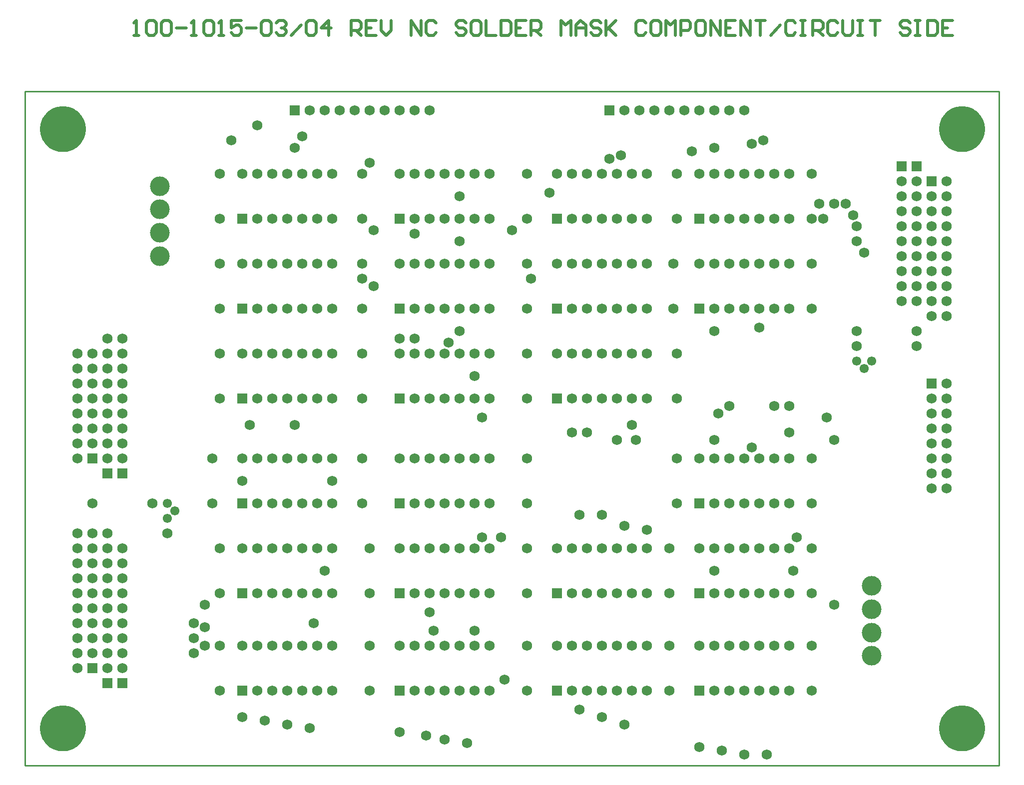
<source format=gbs>
*%FSLAX23Y23*%
*%MOIN*%
G01*
%ADD11C,0.007*%
%ADD12C,0.008*%
%ADD13C,0.010*%
%ADD14C,0.012*%
%ADD15C,0.020*%
%ADD16C,0.032*%
%ADD17C,0.036*%
%ADD18C,0.050*%
%ADD19C,0.052*%
%ADD20C,0.055*%
%ADD21C,0.056*%
%ADD22C,0.061*%
%ADD23C,0.062*%
%ADD24C,0.068*%
%ADD25C,0.070*%
%ADD26C,0.090*%
%ADD27C,0.125*%
%ADD28C,0.131*%
%ADD29C,0.140*%
%ADD30C,0.160*%
%ADD31C,0.250*%
%ADD32R,0.062X0.062*%
%ADD33R,0.068X0.068*%
D13*
X6536Y5478D02*
Y9978D01*
X13036D02*
Y5478D01*
Y9978D02*
X6536D01*
Y5478D02*
X13036D01*
D15*
X7294Y10353D02*
X7261D01*
X7278D02*
X7294D01*
X7278D02*
Y10453D01*
X7279D01*
X7278D02*
X7261Y10436D01*
X7344D02*
X7361Y10453D01*
X7394D01*
X7411Y10436D01*
Y10370D01*
X7394Y10353D01*
X7361D01*
X7344Y10370D01*
Y10436D01*
X7444D02*
X7461Y10453D01*
X7494D01*
X7511Y10436D01*
Y10370D01*
X7494Y10353D01*
X7461D01*
X7444Y10370D01*
Y10436D01*
X7544Y10403D02*
X7611D01*
X7644Y10353D02*
X7678D01*
X7661D01*
Y10453D01*
X7662D01*
X7661D02*
X7644Y10436D01*
X7728D02*
X7744Y10453D01*
X7778D01*
X7794Y10436D01*
Y10370D01*
X7778Y10353D01*
X7744D01*
X7728Y10370D01*
Y10436D01*
X7827Y10353D02*
X7861D01*
X7844D01*
Y10453D01*
X7845D01*
X7844D02*
X7827Y10436D01*
X7911Y10453D02*
X7977D01*
X7911D02*
Y10403D01*
X7944Y10420D01*
X7961D01*
X7977Y10403D01*
Y10370D01*
X7961Y10353D01*
X7927D01*
X7911Y10370D01*
X8011Y10403D02*
X8077D01*
X8111Y10436D02*
X8127Y10453D01*
X8161D01*
X8177Y10436D01*
Y10370D01*
X8161Y10353D01*
X8127D01*
X8111Y10370D01*
Y10436D01*
X8211D02*
X8227Y10453D01*
X8261D01*
X8277Y10436D01*
Y10420D01*
X8278D01*
X8277D02*
X8278D01*
X8277D02*
X8278D01*
X8277D02*
X8261Y10403D01*
X8244D01*
X8261D01*
X8277Y10386D01*
Y10370D01*
X8261Y10353D01*
X8227D01*
X8211Y10370D01*
X8311Y10353D02*
X8377Y10420D01*
X8411Y10436D02*
X8427Y10453D01*
X8461D01*
X8477Y10436D01*
Y10370D01*
X8461Y10353D01*
X8427D01*
X8411Y10370D01*
Y10436D01*
X8561Y10453D02*
Y10353D01*
X8511Y10403D02*
X8561Y10453D01*
X8577Y10403D02*
X8511D01*
X8711Y10353D02*
Y10453D01*
X8761D01*
X8777Y10436D01*
Y10403D01*
X8761Y10386D01*
X8711D01*
X8744D02*
X8777Y10353D01*
X8810Y10453D02*
X8877D01*
X8810D02*
Y10353D01*
X8877D01*
X8844Y10403D02*
X8810D01*
X8910Y10386D02*
Y10453D01*
Y10386D02*
X8944Y10353D01*
X8977Y10386D01*
Y10453D01*
X9110D02*
Y10353D01*
X9177D02*
X9110Y10453D01*
X9177D02*
Y10353D01*
X9277Y10436D02*
X9260Y10453D01*
X9227D01*
X9210Y10436D01*
Y10370D01*
X9227Y10353D01*
X9260D01*
X9277Y10370D01*
X9460Y10453D02*
X9477Y10436D01*
X9460Y10453D02*
X9427D01*
X9410Y10436D01*
Y10420D01*
X9427Y10403D01*
X9460D01*
X9477Y10386D01*
Y10370D01*
X9460Y10353D01*
X9427D01*
X9410Y10370D01*
X9527Y10453D02*
X9560D01*
X9527D02*
X9510Y10436D01*
Y10370D01*
X9527Y10353D01*
X9560D01*
X9577Y10370D01*
Y10436D01*
X9560Y10453D01*
X9610D02*
Y10353D01*
X9677D01*
X9710D02*
Y10453D01*
Y10353D02*
X9760D01*
X9777Y10370D01*
Y10436D01*
X9760Y10453D01*
X9710D01*
X9810D02*
X9877D01*
X9810D02*
Y10353D01*
X9877D01*
X9843Y10403D02*
X9810D01*
X9910Y10353D02*
Y10453D01*
X9960D01*
X9977Y10436D01*
Y10403D01*
X9960Y10386D01*
X9910D01*
X9943D02*
X9977Y10353D01*
X10110D02*
Y10453D01*
X10143Y10420D01*
X10177Y10453D01*
Y10353D01*
X10210D02*
Y10420D01*
X10243Y10453D01*
X10277Y10420D01*
Y10353D01*
Y10403D01*
X10210D01*
X10360Y10453D02*
X10377Y10436D01*
X10360Y10453D02*
X10327D01*
X10310Y10436D01*
Y10420D01*
X10327Y10403D01*
X10360D01*
X10377Y10386D01*
Y10370D01*
X10360Y10353D01*
X10327D01*
X10310Y10370D01*
X10410Y10353D02*
Y10453D01*
Y10386D02*
Y10353D01*
Y10386D02*
X10477Y10453D01*
X10427Y10403D01*
X10477Y10353D01*
X10660Y10453D02*
X10677Y10436D01*
X10660Y10453D02*
X10627D01*
X10610Y10436D01*
Y10370D01*
X10627Y10353D01*
X10660D01*
X10677Y10370D01*
X10727Y10453D02*
X10760D01*
X10727D02*
X10710Y10436D01*
Y10370D01*
X10727Y10353D01*
X10760D01*
X10777Y10370D01*
Y10436D01*
X10760Y10453D01*
X10810D02*
Y10353D01*
X10843Y10420D02*
X10810Y10453D01*
X10843Y10420D02*
X10876Y10453D01*
Y10353D01*
X10910D02*
Y10453D01*
X10960D01*
X10976Y10436D01*
Y10403D01*
X10960Y10386D01*
X10910D01*
X11026Y10453D02*
X11060D01*
X11026D02*
X11010Y10436D01*
Y10370D01*
X11026Y10353D01*
X11060D01*
X11076Y10370D01*
Y10436D01*
X11060Y10453D01*
X11110D02*
Y10353D01*
X11176D02*
X11110Y10453D01*
X11176D02*
Y10353D01*
X11210Y10453D02*
X11276D01*
X11210D02*
Y10353D01*
X11276D01*
X11243Y10403D02*
X11210D01*
X11310Y10353D02*
Y10453D01*
X11376Y10353D01*
Y10453D01*
X11410D02*
X11476D01*
X11443D01*
Y10353D01*
X11510D02*
X11576Y10420D01*
X11660Y10453D02*
X11676Y10436D01*
X11660Y10453D02*
X11626D01*
X11610Y10436D01*
Y10370D01*
X11626Y10353D01*
X11660D01*
X11676Y10370D01*
X11710Y10453D02*
X11743D01*
X11726D01*
Y10353D01*
X11710D01*
X11743D01*
X11793D02*
Y10453D01*
X11843D01*
X11860Y10436D01*
Y10403D01*
X11843Y10386D01*
X11793D01*
X11826D02*
X11860Y10353D01*
X11959Y10436D02*
X11943Y10453D01*
X11909D01*
X11893Y10436D01*
Y10370D01*
X11909Y10353D01*
X11943D01*
X11959Y10370D01*
X11993D02*
Y10453D01*
Y10370D02*
X12009Y10353D01*
X12043D01*
X12059Y10370D01*
Y10453D01*
X12093D02*
X12126D01*
X12109D01*
Y10353D01*
X12093D01*
X12126D01*
X12176Y10453D02*
X12243D01*
X12209D01*
Y10353D01*
X12426Y10453D02*
X12443Y10436D01*
X12426Y10453D02*
X12393D01*
X12376Y10436D01*
Y10420D01*
X12393Y10403D01*
X12426D01*
X12443Y10386D01*
Y10370D01*
X12426Y10353D01*
X12393D01*
X12376Y10370D01*
X12476Y10453D02*
X12509D01*
X12493D01*
Y10353D01*
X12476D01*
X12509D01*
X12559D02*
Y10453D01*
Y10353D02*
X12609D01*
X12626Y10370D01*
Y10436D01*
X12609Y10453D01*
X12559D01*
X12659D02*
X12726D01*
X12659D02*
Y10353D01*
X12726D01*
X12693Y10403D02*
X12659D01*
D18*
X12658Y9728D02*
X12659D01*
X12658D02*
X12658Y9718D01*
X12660Y9707D01*
X12662Y9697D01*
X12665Y9687D01*
X12668Y9678D01*
X12673Y9669D01*
X12678Y9660D01*
X12684Y9651D01*
X12690Y9643D01*
X12697Y9636D01*
X12705Y9629D01*
X12713Y9623D01*
X12722Y9617D01*
X12731Y9612D01*
X12741Y9608D01*
X12750Y9605D01*
X12760Y9603D01*
X12771Y9601D01*
X12781Y9600D01*
X12791D01*
X12801Y9601D01*
X12812Y9603D01*
X12822Y9605D01*
X12831Y9608D01*
X12841Y9612D01*
X12850Y9617D01*
X12859Y9623D01*
X12867Y9629D01*
X12875Y9636D01*
X12882Y9643D01*
X12888Y9651D01*
X12894Y9660D01*
X12899Y9669D01*
X12904Y9678D01*
X12907Y9687D01*
X12910Y9697D01*
X12912Y9707D01*
X12914Y9718D01*
X12914Y9728D01*
X12915D01*
X12914D02*
X12914Y9738D01*
X12912Y9749D01*
X12910Y9759D01*
X12907Y9769D01*
X12904Y9778D01*
X12899Y9787D01*
X12894Y9796D01*
X12888Y9805D01*
X12882Y9813D01*
X12875Y9820D01*
X12867Y9827D01*
X12859Y9833D01*
X12850Y9839D01*
X12841Y9844D01*
X12831Y9848D01*
X12822Y9851D01*
X12812Y9853D01*
X12801Y9855D01*
X12791Y9856D01*
X12781D01*
X12771Y9855D01*
X12760Y9853D01*
X12750Y9851D01*
X12741Y9848D01*
X12731Y9844D01*
X12722Y9839D01*
X12713Y9833D01*
X12705Y9827D01*
X12697Y9820D01*
X12690Y9813D01*
X12684Y9805D01*
X12678Y9796D01*
X12673Y9787D01*
X12668Y9778D01*
X12665Y9769D01*
X12662Y9759D01*
X12660Y9749D01*
X12658Y9738D01*
X12658Y9728D01*
X12706D02*
X12707D01*
X12706D02*
X12707Y9719D01*
X12708Y9710D01*
X12711Y9701D01*
X12715Y9692D01*
X12719Y9684D01*
X12725Y9677D01*
X12731Y9670D01*
X12738Y9664D01*
X12746Y9659D01*
X12754Y9655D01*
X12763Y9651D01*
X12772Y9649D01*
X12781Y9648D01*
X12791D01*
X12800Y9649D01*
X12809Y9651D01*
X12818Y9655D01*
X12826Y9659D01*
X12834Y9664D01*
X12841Y9670D01*
X12847Y9677D01*
X12853Y9684D01*
X12857Y9692D01*
X12861Y9701D01*
X12864Y9710D01*
X12865Y9719D01*
X12866Y9728D01*
X12867D01*
X12866D02*
X12865Y9737D01*
X12864Y9746D01*
X12861Y9755D01*
X12857Y9764D01*
X12853Y9772D01*
X12847Y9779D01*
X12841Y9786D01*
X12834Y9792D01*
X12826Y9797D01*
X12818Y9801D01*
X12809Y9805D01*
X12800Y9807D01*
X12791Y9808D01*
X12781D01*
X12772Y9807D01*
X12763Y9805D01*
X12754Y9801D01*
X12746Y9797D01*
X12738Y9792D01*
X12731Y9786D01*
X12725Y9779D01*
X12719Y9772D01*
X12715Y9764D01*
X12711Y9755D01*
X12708Y9746D01*
X12707Y9737D01*
X12706Y9728D01*
X12754D02*
X12755D01*
X12754D02*
X12755Y9721D01*
X12757Y9715D01*
X12760Y9709D01*
X12765Y9704D01*
X12770Y9700D01*
X12776Y9698D01*
X12783Y9696D01*
X12789D01*
X12796Y9698D01*
X12802Y9700D01*
X12807Y9704D01*
X12812Y9709D01*
X12815Y9715D01*
X12817Y9721D01*
X12818Y9728D01*
X12819D01*
X12818D02*
X12817Y9735D01*
X12815Y9741D01*
X12812Y9747D01*
X12807Y9752D01*
X12802Y9756D01*
X12796Y9758D01*
X12789Y9760D01*
X12783D01*
X12776Y9758D01*
X12770Y9756D01*
X12765Y9752D01*
X12760Y9747D01*
X12757Y9741D01*
X12755Y9735D01*
X12754Y9728D01*
X12786D02*
D03*
X12658Y5728D02*
X12659D01*
X12658D02*
X12658Y5718D01*
X12660Y5707D01*
X12662Y5697D01*
X12665Y5687D01*
X12668Y5678D01*
X12673Y5669D01*
X12678Y5660D01*
X12684Y5651D01*
X12690Y5643D01*
X12697Y5636D01*
X12705Y5629D01*
X12713Y5623D01*
X12722Y5617D01*
X12731Y5612D01*
X12741Y5608D01*
X12750Y5605D01*
X12760Y5603D01*
X12771Y5601D01*
X12781Y5600D01*
X12791D01*
X12801Y5601D01*
X12812Y5603D01*
X12822Y5605D01*
X12831Y5608D01*
X12841Y5612D01*
X12850Y5617D01*
X12859Y5623D01*
X12867Y5629D01*
X12875Y5636D01*
X12882Y5643D01*
X12888Y5651D01*
X12894Y5660D01*
X12899Y5669D01*
X12904Y5678D01*
X12907Y5687D01*
X12910Y5697D01*
X12912Y5707D01*
X12914Y5718D01*
X12914Y5728D01*
X12915D01*
X12914D02*
X12914Y5738D01*
X12912Y5749D01*
X12910Y5759D01*
X12907Y5769D01*
X12904Y5778D01*
X12899Y5787D01*
X12894Y5796D01*
X12888Y5805D01*
X12882Y5813D01*
X12875Y5820D01*
X12867Y5827D01*
X12859Y5833D01*
X12850Y5839D01*
X12841Y5844D01*
X12831Y5848D01*
X12822Y5851D01*
X12812Y5853D01*
X12801Y5855D01*
X12791Y5856D01*
X12781D01*
X12771Y5855D01*
X12760Y5853D01*
X12750Y5851D01*
X12741Y5848D01*
X12731Y5844D01*
X12722Y5839D01*
X12713Y5833D01*
X12705Y5827D01*
X12697Y5820D01*
X12690Y5813D01*
X12684Y5805D01*
X12678Y5796D01*
X12673Y5787D01*
X12668Y5778D01*
X12665Y5769D01*
X12662Y5759D01*
X12660Y5749D01*
X12658Y5738D01*
X12658Y5728D01*
X12706D02*
X12707D01*
X12706D02*
X12707Y5719D01*
X12708Y5710D01*
X12711Y5701D01*
X12715Y5692D01*
X12719Y5684D01*
X12725Y5677D01*
X12731Y5670D01*
X12738Y5664D01*
X12746Y5659D01*
X12754Y5655D01*
X12763Y5651D01*
X12772Y5649D01*
X12781Y5648D01*
X12791D01*
X12800Y5649D01*
X12809Y5651D01*
X12818Y5655D01*
X12826Y5659D01*
X12834Y5664D01*
X12841Y5670D01*
X12847Y5677D01*
X12853Y5684D01*
X12857Y5692D01*
X12861Y5701D01*
X12864Y5710D01*
X12865Y5719D01*
X12866Y5728D01*
X12867D01*
X12866D02*
X12865Y5737D01*
X12864Y5746D01*
X12861Y5755D01*
X12857Y5764D01*
X12853Y5772D01*
X12847Y5779D01*
X12841Y5786D01*
X12834Y5792D01*
X12826Y5797D01*
X12818Y5801D01*
X12809Y5805D01*
X12800Y5807D01*
X12791Y5808D01*
X12781D01*
X12772Y5807D01*
X12763Y5805D01*
X12754Y5801D01*
X12746Y5797D01*
X12738Y5792D01*
X12731Y5786D01*
X12725Y5779D01*
X12719Y5772D01*
X12715Y5764D01*
X12711Y5755D01*
X12708Y5746D01*
X12707Y5737D01*
X12706Y5728D01*
X12754D02*
X12755D01*
X12754D02*
X12755Y5721D01*
X12757Y5715D01*
X12760Y5709D01*
X12765Y5704D01*
X12770Y5700D01*
X12776Y5698D01*
X12783Y5696D01*
X12789D01*
X12796Y5698D01*
X12802Y5700D01*
X12807Y5704D01*
X12812Y5709D01*
X12815Y5715D01*
X12817Y5721D01*
X12818Y5728D01*
X12819D01*
X12818D02*
X12817Y5735D01*
X12815Y5741D01*
X12812Y5747D01*
X12807Y5752D01*
X12802Y5756D01*
X12796Y5758D01*
X12789Y5760D01*
X12783D01*
X12776Y5758D01*
X12770Y5756D01*
X12765Y5752D01*
X12760Y5747D01*
X12757Y5741D01*
X12755Y5735D01*
X12754Y5728D01*
X12786D02*
D03*
X6658Y9728D02*
X6659D01*
X6658D02*
X6658Y9718D01*
X6660Y9707D01*
X6662Y9697D01*
X6665Y9687D01*
X6668Y9678D01*
X6673Y9669D01*
X6678Y9660D01*
X6684Y9651D01*
X6690Y9643D01*
X6697Y9636D01*
X6705Y9629D01*
X6713Y9623D01*
X6722Y9617D01*
X6731Y9612D01*
X6741Y9608D01*
X6750Y9605D01*
X6760Y9603D01*
X6771Y9601D01*
X6781Y9600D01*
X6791D01*
X6801Y9601D01*
X6812Y9603D01*
X6822Y9605D01*
X6831Y9608D01*
X6841Y9612D01*
X6850Y9617D01*
X6859Y9623D01*
X6867Y9629D01*
X6875Y9636D01*
X6882Y9643D01*
X6888Y9651D01*
X6894Y9660D01*
X6899Y9669D01*
X6904Y9678D01*
X6907Y9687D01*
X6910Y9697D01*
X6912Y9707D01*
X6914Y9718D01*
X6914Y9728D01*
X6915D01*
X6914D02*
X6914Y9738D01*
X6912Y9749D01*
X6910Y9759D01*
X6907Y9769D01*
X6904Y9778D01*
X6899Y9787D01*
X6894Y9796D01*
X6888Y9805D01*
X6882Y9813D01*
X6875Y9820D01*
X6867Y9827D01*
X6859Y9833D01*
X6850Y9839D01*
X6841Y9844D01*
X6831Y9848D01*
X6822Y9851D01*
X6812Y9853D01*
X6801Y9855D01*
X6791Y9856D01*
X6781D01*
X6771Y9855D01*
X6760Y9853D01*
X6750Y9851D01*
X6741Y9848D01*
X6731Y9844D01*
X6722Y9839D01*
X6713Y9833D01*
X6705Y9827D01*
X6697Y9820D01*
X6690Y9813D01*
X6684Y9805D01*
X6678Y9796D01*
X6673Y9787D01*
X6668Y9778D01*
X6665Y9769D01*
X6662Y9759D01*
X6660Y9749D01*
X6658Y9738D01*
X6658Y9728D01*
X6706D02*
X6707D01*
X6706D02*
X6707Y9719D01*
X6708Y9710D01*
X6711Y9701D01*
X6715Y9692D01*
X6719Y9684D01*
X6725Y9677D01*
X6731Y9670D01*
X6738Y9664D01*
X6746Y9659D01*
X6754Y9655D01*
X6763Y9651D01*
X6772Y9649D01*
X6781Y9648D01*
X6791D01*
X6800Y9649D01*
X6809Y9651D01*
X6818Y9655D01*
X6826Y9659D01*
X6834Y9664D01*
X6841Y9670D01*
X6847Y9677D01*
X6853Y9684D01*
X6857Y9692D01*
X6861Y9701D01*
X6864Y9710D01*
X6865Y9719D01*
X6866Y9728D01*
X6867D01*
X6866D02*
X6865Y9737D01*
X6864Y9746D01*
X6861Y9755D01*
X6857Y9764D01*
X6853Y9772D01*
X6847Y9779D01*
X6841Y9786D01*
X6834Y9792D01*
X6826Y9797D01*
X6818Y9801D01*
X6809Y9805D01*
X6800Y9807D01*
X6791Y9808D01*
X6781D01*
X6772Y9807D01*
X6763Y9805D01*
X6754Y9801D01*
X6746Y9797D01*
X6738Y9792D01*
X6731Y9786D01*
X6725Y9779D01*
X6719Y9772D01*
X6715Y9764D01*
X6711Y9755D01*
X6708Y9746D01*
X6707Y9737D01*
X6706Y9728D01*
X6754D02*
X6755D01*
X6754D02*
X6755Y9721D01*
X6757Y9715D01*
X6760Y9709D01*
X6765Y9704D01*
X6770Y9700D01*
X6776Y9698D01*
X6783Y9696D01*
X6789D01*
X6796Y9698D01*
X6802Y9700D01*
X6807Y9704D01*
X6812Y9709D01*
X6815Y9715D01*
X6817Y9721D01*
X6818Y9728D01*
X6819D01*
X6818D02*
X6817Y9735D01*
X6815Y9741D01*
X6812Y9747D01*
X6807Y9752D01*
X6802Y9756D01*
X6796Y9758D01*
X6789Y9760D01*
X6783D01*
X6776Y9758D01*
X6770Y9756D01*
X6765Y9752D01*
X6760Y9747D01*
X6757Y9741D01*
X6755Y9735D01*
X6754Y9728D01*
X6786D02*
D03*
X6658Y5728D02*
X6659D01*
X6658D02*
X6658Y5718D01*
X6660Y5707D01*
X6662Y5697D01*
X6665Y5687D01*
X6668Y5678D01*
X6673Y5669D01*
X6678Y5660D01*
X6684Y5651D01*
X6690Y5643D01*
X6697Y5636D01*
X6705Y5629D01*
X6713Y5623D01*
X6722Y5617D01*
X6731Y5612D01*
X6741Y5608D01*
X6750Y5605D01*
X6760Y5603D01*
X6771Y5601D01*
X6781Y5600D01*
X6791D01*
X6801Y5601D01*
X6812Y5603D01*
X6822Y5605D01*
X6831Y5608D01*
X6841Y5612D01*
X6850Y5617D01*
X6859Y5623D01*
X6867Y5629D01*
X6875Y5636D01*
X6882Y5643D01*
X6888Y5651D01*
X6894Y5660D01*
X6899Y5669D01*
X6904Y5678D01*
X6907Y5687D01*
X6910Y5697D01*
X6912Y5707D01*
X6914Y5718D01*
X6914Y5728D01*
X6915D01*
X6914D02*
X6914Y5738D01*
X6912Y5749D01*
X6910Y5759D01*
X6907Y5769D01*
X6904Y5778D01*
X6899Y5787D01*
X6894Y5796D01*
X6888Y5805D01*
X6882Y5813D01*
X6875Y5820D01*
X6867Y5827D01*
X6859Y5833D01*
X6850Y5839D01*
X6841Y5844D01*
X6831Y5848D01*
X6822Y5851D01*
X6812Y5853D01*
X6801Y5855D01*
X6791Y5856D01*
X6781D01*
X6771Y5855D01*
X6760Y5853D01*
X6750Y5851D01*
X6741Y5848D01*
X6731Y5844D01*
X6722Y5839D01*
X6713Y5833D01*
X6705Y5827D01*
X6697Y5820D01*
X6690Y5813D01*
X6684Y5805D01*
X6678Y5796D01*
X6673Y5787D01*
X6668Y5778D01*
X6665Y5769D01*
X6662Y5759D01*
X6660Y5749D01*
X6658Y5738D01*
X6658Y5728D01*
X6706D02*
X6707D01*
X6706D02*
X6707Y5719D01*
X6708Y5710D01*
X6711Y5701D01*
X6715Y5692D01*
X6719Y5684D01*
X6725Y5677D01*
X6731Y5670D01*
X6738Y5664D01*
X6746Y5659D01*
X6754Y5655D01*
X6763Y5651D01*
X6772Y5649D01*
X6781Y5648D01*
X6791D01*
X6800Y5649D01*
X6809Y5651D01*
X6818Y5655D01*
X6826Y5659D01*
X6834Y5664D01*
X6841Y5670D01*
X6847Y5677D01*
X6853Y5684D01*
X6857Y5692D01*
X6861Y5701D01*
X6864Y5710D01*
X6865Y5719D01*
X6866Y5728D01*
X6867D01*
X6866D02*
X6865Y5737D01*
X6864Y5746D01*
X6861Y5755D01*
X6857Y5764D01*
X6853Y5772D01*
X6847Y5779D01*
X6841Y5786D01*
X6834Y5792D01*
X6826Y5797D01*
X6818Y5801D01*
X6809Y5805D01*
X6800Y5807D01*
X6791Y5808D01*
X6781D01*
X6772Y5807D01*
X6763Y5805D01*
X6754Y5801D01*
X6746Y5797D01*
X6738Y5792D01*
X6731Y5786D01*
X6725Y5779D01*
X6719Y5772D01*
X6715Y5764D01*
X6711Y5755D01*
X6708Y5746D01*
X6707Y5737D01*
X6706Y5728D01*
X6754D02*
X6755D01*
X6754D02*
X6755Y5721D01*
X6757Y5715D01*
X6760Y5709D01*
X6765Y5704D01*
X6770Y5700D01*
X6776Y5698D01*
X6783Y5696D01*
X6789D01*
X6796Y5698D01*
X6802Y5700D01*
X6807Y5704D01*
X6812Y5709D01*
X6815Y5715D01*
X6817Y5721D01*
X6818Y5728D01*
X6819D01*
X6818D02*
X6817Y5735D01*
X6815Y5741D01*
X6812Y5747D01*
X6807Y5752D01*
X6802Y5756D01*
X6796Y5758D01*
X6789Y5760D01*
X6783D01*
X6776Y5758D01*
X6770Y5756D01*
X6765Y5752D01*
X6760Y5747D01*
X6757Y5741D01*
X6755Y5735D01*
X6754Y5728D01*
X6786D02*
D03*
D22*
X12136Y8128D02*
D03*
X12186Y8178D02*
D03*
X12086D02*
D03*
X7536Y7178D02*
D03*
X7486Y7228D02*
D03*
Y7128D02*
D03*
D24*
X12011Y9228D02*
D03*
X12061Y9153D02*
D03*
X12086Y9078D02*
D03*
Y8978D02*
D03*
X12136Y8903D02*
D03*
X11836Y9228D02*
D03*
X11936D02*
D03*
Y7653D02*
D03*
X11886Y7803D02*
D03*
X11861Y9128D02*
D03*
X11936Y6553D02*
D03*
X11636Y7703D02*
D03*
Y7878D02*
D03*
X11661Y6778D02*
D03*
X11686Y7003D02*
D03*
X11461Y9653D02*
D03*
X11536Y7878D02*
D03*
X11436Y8403D02*
D03*
X11486Y5553D02*
D03*
X11386Y9628D02*
D03*
Y7603D02*
D03*
X11236Y7878D02*
D03*
X11336Y5553D02*
D03*
X11136Y9603D02*
D03*
Y7653D02*
D03*
X11161Y7828D02*
D03*
X11136Y8378D02*
D03*
Y6778D02*
D03*
X11036Y5603D02*
D03*
X11186Y5578D02*
D03*
X10986Y9578D02*
D03*
X10686Y7053D02*
D03*
X10511Y9553D02*
D03*
X10436Y9528D02*
D03*
X10611Y7653D02*
D03*
X10486D02*
D03*
X10586Y7753D02*
D03*
X10536Y7078D02*
D03*
Y5753D02*
D03*
X10286Y7703D02*
D03*
X10236Y7153D02*
D03*
X10386D02*
D03*
X10236Y5853D02*
D03*
X10386Y5803D02*
D03*
X10186Y7703D02*
D03*
X10036Y9303D02*
D03*
X9911Y8728D02*
D03*
X9786Y9053D02*
D03*
X9736Y6053D02*
D03*
X9711Y7003D02*
D03*
X9536Y8078D02*
D03*
X9586Y7803D02*
D03*
X9536Y6378D02*
D03*
X9586Y7003D02*
D03*
X9486Y5628D02*
D03*
X9436Y9278D02*
D03*
X9361Y8303D02*
D03*
X9436Y8978D02*
D03*
Y8378D02*
D03*
X9261Y6378D02*
D03*
X9336Y5653D02*
D03*
X9136Y9028D02*
D03*
Y8328D02*
D03*
X9236Y6503D02*
D03*
X9211Y5678D02*
D03*
X9036Y8328D02*
D03*
Y5703D02*
D03*
X8836Y9503D02*
D03*
X8786Y8728D02*
D03*
X8861Y9053D02*
D03*
Y8678D02*
D03*
X8586Y7378D02*
D03*
X8536Y6778D02*
D03*
X8336Y9603D02*
D03*
X8386Y9678D02*
D03*
X8336Y7753D02*
D03*
X8461Y6428D02*
D03*
X8286Y5753D02*
D03*
X8436Y5728D02*
D03*
X8086Y9753D02*
D03*
X8136Y5778D02*
D03*
X7911Y9653D02*
D03*
X8036Y7753D02*
D03*
X7986Y7378D02*
D03*
Y5803D02*
D03*
X7736Y6553D02*
D03*
Y6403D02*
D03*
Y6278D02*
D03*
X7661Y6428D02*
D03*
Y6328D02*
D03*
Y6228D02*
D03*
X12386Y9378D02*
D03*
Y9278D02*
D03*
Y9178D02*
D03*
Y9078D02*
D03*
Y8978D02*
D03*
Y8878D02*
D03*
Y8778D02*
D03*
Y8678D02*
D03*
Y8578D02*
D03*
X12486Y9378D02*
D03*
Y9278D02*
D03*
Y9178D02*
D03*
Y9078D02*
D03*
Y8978D02*
D03*
Y8878D02*
D03*
Y8778D02*
D03*
Y8678D02*
D03*
Y8578D02*
D03*
X11786Y9128D02*
D03*
Y9428D02*
D03*
X12686Y9378D02*
D03*
X12586Y9278D02*
D03*
X12686D02*
D03*
X12586Y9178D02*
D03*
X12686D02*
D03*
X12586Y9078D02*
D03*
X12686D02*
D03*
X12586Y8978D02*
D03*
X12686D02*
D03*
X12586Y8878D02*
D03*
X12686D02*
D03*
X12586Y8778D02*
D03*
X12686D02*
D03*
X12586Y8678D02*
D03*
X12686D02*
D03*
X12586Y8578D02*
D03*
X12686D02*
D03*
X12586Y8478D02*
D03*
X12686D02*
D03*
X12486Y8378D02*
D03*
X12086D02*
D03*
Y8278D02*
D03*
X12486D02*
D03*
X11786Y8828D02*
D03*
Y8528D02*
D03*
X12686Y8028D02*
D03*
X12586Y7928D02*
D03*
X12686D02*
D03*
X12586Y7828D02*
D03*
X12686D02*
D03*
X12586Y7728D02*
D03*
X12686D02*
D03*
X12586Y7628D02*
D03*
X12686D02*
D03*
X12586Y7528D02*
D03*
X12686D02*
D03*
X12586Y7428D02*
D03*
X12686D02*
D03*
X12586Y7328D02*
D03*
X12686D02*
D03*
X11786Y7528D02*
D03*
Y7228D02*
D03*
Y6928D02*
D03*
Y6628D02*
D03*
Y6278D02*
D03*
Y5978D02*
D03*
X10886Y9128D02*
D03*
Y9428D02*
D03*
X10536Y9853D02*
D03*
X10636D02*
D03*
X10736D02*
D03*
X10836D02*
D03*
X10936D02*
D03*
X11036D02*
D03*
X11136D02*
D03*
X11236D02*
D03*
X11336D02*
D03*
X11236Y9128D02*
D03*
X11336D02*
D03*
X11436D02*
D03*
X11536D02*
D03*
X11636D02*
D03*
Y9428D02*
D03*
X11536D02*
D03*
X11436D02*
D03*
X11336D02*
D03*
X11236D02*
D03*
X11136D02*
D03*
X11036D02*
D03*
X11136Y9128D02*
D03*
X11236Y8528D02*
D03*
X11336D02*
D03*
X11436D02*
D03*
X11536D02*
D03*
X11636D02*
D03*
Y8828D02*
D03*
X11536D02*
D03*
X11436D02*
D03*
X11336D02*
D03*
X11236D02*
D03*
X11136D02*
D03*
X11036D02*
D03*
X11136Y8528D02*
D03*
X10886Y7928D02*
D03*
Y8228D02*
D03*
X10861Y8828D02*
D03*
Y8528D02*
D03*
X11236Y7228D02*
D03*
X11336D02*
D03*
X11436D02*
D03*
X11536D02*
D03*
X11636D02*
D03*
Y7528D02*
D03*
X11536D02*
D03*
X11436D02*
D03*
X11336D02*
D03*
X11236D02*
D03*
X11136D02*
D03*
X11036D02*
D03*
X11136Y7228D02*
D03*
X11236Y6628D02*
D03*
X11336D02*
D03*
X11436D02*
D03*
X11536D02*
D03*
X11636D02*
D03*
Y6928D02*
D03*
X11536D02*
D03*
X11436D02*
D03*
X11336D02*
D03*
X11236D02*
D03*
X11136D02*
D03*
X11036D02*
D03*
X11136Y6628D02*
D03*
X10836Y6928D02*
D03*
Y6628D02*
D03*
Y6278D02*
D03*
Y5978D02*
D03*
X10886Y7528D02*
D03*
Y7228D02*
D03*
X11136Y5978D02*
D03*
X11036Y6278D02*
D03*
X11136D02*
D03*
X11236D02*
D03*
X11336D02*
D03*
X11436D02*
D03*
X11536D02*
D03*
X11636D02*
D03*
Y5978D02*
D03*
X11536D02*
D03*
X11436D02*
D03*
X11336D02*
D03*
X11236D02*
D03*
X9886Y9428D02*
D03*
Y9128D02*
D03*
X8786Y9428D02*
D03*
Y9128D02*
D03*
X10286D02*
D03*
X10386D02*
D03*
X10486D02*
D03*
X10586D02*
D03*
X10686D02*
D03*
Y9428D02*
D03*
X10586D02*
D03*
X10486D02*
D03*
X10386D02*
D03*
X10286D02*
D03*
X10186D02*
D03*
X10086D02*
D03*
X10186Y9128D02*
D03*
X10286Y8528D02*
D03*
X10386D02*
D03*
X10486D02*
D03*
X10586D02*
D03*
X10686D02*
D03*
Y8828D02*
D03*
X10586D02*
D03*
X10486D02*
D03*
X10386D02*
D03*
X10286D02*
D03*
X10186D02*
D03*
X10086D02*
D03*
X10186Y8528D02*
D03*
X9236Y9128D02*
D03*
X9336D02*
D03*
X9436D02*
D03*
X9536D02*
D03*
X9636D02*
D03*
Y9428D02*
D03*
X9536D02*
D03*
X9436D02*
D03*
X9336D02*
D03*
X9236D02*
D03*
X9136D02*
D03*
X9036D02*
D03*
X9136Y9128D02*
D03*
X9236Y8528D02*
D03*
X9336D02*
D03*
X9436D02*
D03*
X9536D02*
D03*
X9636D02*
D03*
Y8828D02*
D03*
X9536D02*
D03*
X9436D02*
D03*
X9336D02*
D03*
X9236D02*
D03*
X9136D02*
D03*
X9036D02*
D03*
X9136Y8528D02*
D03*
X10286Y7928D02*
D03*
X10386D02*
D03*
X10486D02*
D03*
X10586D02*
D03*
X10686D02*
D03*
Y8228D02*
D03*
X10586D02*
D03*
X10486D02*
D03*
X10386D02*
D03*
X10286D02*
D03*
X10186D02*
D03*
X10086D02*
D03*
X10186Y7928D02*
D03*
X9886Y8828D02*
D03*
Y8528D02*
D03*
Y8228D02*
D03*
Y7928D02*
D03*
X8786Y8528D02*
D03*
Y8828D02*
D03*
Y7928D02*
D03*
Y8228D02*
D03*
X9236Y7928D02*
D03*
X9336D02*
D03*
X9436D02*
D03*
X9536D02*
D03*
X9636D02*
D03*
Y8228D02*
D03*
X9536D02*
D03*
X9436D02*
D03*
X9336D02*
D03*
X9236D02*
D03*
X9136D02*
D03*
X9036D02*
D03*
X9136Y7928D02*
D03*
X9236Y6628D02*
D03*
X9336D02*
D03*
X9436D02*
D03*
X9536D02*
D03*
X9636D02*
D03*
Y6928D02*
D03*
X9536D02*
D03*
X9436D02*
D03*
X9336D02*
D03*
X9236D02*
D03*
X9136D02*
D03*
X9036D02*
D03*
X9136Y6628D02*
D03*
X9236Y7228D02*
D03*
X9336D02*
D03*
X9436D02*
D03*
X9536D02*
D03*
X9636D02*
D03*
Y7528D02*
D03*
X9536D02*
D03*
X9436D02*
D03*
X9336D02*
D03*
X9236D02*
D03*
X9136D02*
D03*
X9036D02*
D03*
X9136Y7228D02*
D03*
X10286Y6628D02*
D03*
X10386D02*
D03*
X10486D02*
D03*
X10586D02*
D03*
X10686D02*
D03*
Y6928D02*
D03*
X10586D02*
D03*
X10486D02*
D03*
X10386D02*
D03*
X10286D02*
D03*
X10186D02*
D03*
X10086D02*
D03*
X10186Y6628D02*
D03*
X9886Y7528D02*
D03*
Y7228D02*
D03*
Y6928D02*
D03*
Y6628D02*
D03*
Y6278D02*
D03*
Y5978D02*
D03*
X8836Y6278D02*
D03*
Y5978D02*
D03*
Y6928D02*
D03*
Y6628D02*
D03*
X8786Y7228D02*
D03*
Y7528D02*
D03*
X9236Y5978D02*
D03*
X9336D02*
D03*
X9436D02*
D03*
X9536D02*
D03*
X9636D02*
D03*
Y6278D02*
D03*
X9536D02*
D03*
X9436D02*
D03*
X9336D02*
D03*
X9236D02*
D03*
X9136D02*
D03*
X9036D02*
D03*
X9136Y5978D02*
D03*
X10286D02*
D03*
X10386D02*
D03*
X10486D02*
D03*
X10586D02*
D03*
X10686D02*
D03*
Y6278D02*
D03*
X10586D02*
D03*
X10486D02*
D03*
X10386D02*
D03*
X10286D02*
D03*
X10186D02*
D03*
X10086D02*
D03*
X10186Y5978D02*
D03*
X8436Y9853D02*
D03*
X8536D02*
D03*
X8636D02*
D03*
X8736D02*
D03*
X8836D02*
D03*
X8936D02*
D03*
X9036D02*
D03*
X9136D02*
D03*
X9236D02*
D03*
X7836Y9428D02*
D03*
Y9128D02*
D03*
Y8528D02*
D03*
Y8828D02*
D03*
X8186Y7928D02*
D03*
X8286D02*
D03*
X8386D02*
D03*
X8486D02*
D03*
X8586D02*
D03*
Y8228D02*
D03*
X8486D02*
D03*
X8386D02*
D03*
X8286D02*
D03*
X8186D02*
D03*
X8086D02*
D03*
X7986D02*
D03*
X8086Y7928D02*
D03*
X7836Y8228D02*
D03*
Y7928D02*
D03*
X8186Y8528D02*
D03*
X8286D02*
D03*
X8386D02*
D03*
X8486D02*
D03*
X8586D02*
D03*
Y8828D02*
D03*
X8486D02*
D03*
X8386D02*
D03*
X8286D02*
D03*
X8186D02*
D03*
X8086D02*
D03*
X7986D02*
D03*
X8086Y8528D02*
D03*
X8186Y9128D02*
D03*
X8286D02*
D03*
X8386D02*
D03*
X8486D02*
D03*
X8586D02*
D03*
Y9428D02*
D03*
X8486D02*
D03*
X8386D02*
D03*
X8286D02*
D03*
X8186D02*
D03*
X8086D02*
D03*
X7986D02*
D03*
X8086Y9128D02*
D03*
X7186Y7528D02*
D03*
Y7628D02*
D03*
Y7728D02*
D03*
Y7828D02*
D03*
Y7928D02*
D03*
Y8028D02*
D03*
Y8128D02*
D03*
Y8228D02*
D03*
Y8328D02*
D03*
X7786Y7528D02*
D03*
Y7228D02*
D03*
X8186Y6628D02*
D03*
X8286D02*
D03*
X8386D02*
D03*
X8486D02*
D03*
X8586D02*
D03*
Y6928D02*
D03*
X8486D02*
D03*
X8386D02*
D03*
X8286D02*
D03*
X8186D02*
D03*
X8086D02*
D03*
X7986D02*
D03*
X8086Y6628D02*
D03*
Y7228D02*
D03*
X7986Y7528D02*
D03*
X8086D02*
D03*
X8186D02*
D03*
X8286D02*
D03*
X8386D02*
D03*
X8486D02*
D03*
X8586D02*
D03*
Y7228D02*
D03*
X8486D02*
D03*
X8386D02*
D03*
X8286D02*
D03*
X8186D02*
D03*
X7836Y6278D02*
D03*
Y5978D02*
D03*
Y6928D02*
D03*
Y6628D02*
D03*
X7186Y6128D02*
D03*
Y6228D02*
D03*
Y6328D02*
D03*
Y6428D02*
D03*
Y6528D02*
D03*
Y6628D02*
D03*
Y6728D02*
D03*
Y6828D02*
D03*
Y6928D02*
D03*
X8186Y5978D02*
D03*
X8286D02*
D03*
X8386D02*
D03*
X8486D02*
D03*
X8586D02*
D03*
Y6278D02*
D03*
X8486D02*
D03*
X8386D02*
D03*
X8286D02*
D03*
X8186D02*
D03*
X8086D02*
D03*
X7986D02*
D03*
X8086Y5978D02*
D03*
X7086Y7028D02*
D03*
X7486D02*
D03*
X6986Y7228D02*
D03*
X7386D02*
D03*
X7086Y7528D02*
D03*
Y7628D02*
D03*
Y7728D02*
D03*
Y7828D02*
D03*
Y7928D02*
D03*
Y8028D02*
D03*
Y8128D02*
D03*
Y8228D02*
D03*
Y8328D02*
D03*
X6886Y6128D02*
D03*
X6986Y6228D02*
D03*
X6886D02*
D03*
X6986Y6328D02*
D03*
X6886D02*
D03*
X6986Y6428D02*
D03*
X6886D02*
D03*
X6986Y6528D02*
D03*
X6886D02*
D03*
X6986Y6628D02*
D03*
X6886D02*
D03*
X6986Y6728D02*
D03*
X6886D02*
D03*
X6986Y6828D02*
D03*
X6886D02*
D03*
X6986Y6928D02*
D03*
X6886D02*
D03*
X6986Y7028D02*
D03*
X6886D02*
D03*
Y7528D02*
D03*
X6986Y7628D02*
D03*
X6886D02*
D03*
X6986Y7728D02*
D03*
X6886D02*
D03*
X6986Y7828D02*
D03*
X6886D02*
D03*
X6986Y7928D02*
D03*
X6886D02*
D03*
X6986Y8028D02*
D03*
X6886D02*
D03*
X6986Y8128D02*
D03*
X6886D02*
D03*
X6986Y8228D02*
D03*
X6886D02*
D03*
X7086Y6128D02*
D03*
Y6228D02*
D03*
Y6328D02*
D03*
Y6428D02*
D03*
Y6528D02*
D03*
Y6628D02*
D03*
Y6728D02*
D03*
Y6828D02*
D03*
Y6928D02*
D03*
D28*
X12186Y6678D02*
D03*
Y6210D02*
D03*
Y6366D02*
D03*
Y6522D02*
D03*
X7436Y8878D02*
D03*
Y9346D02*
D03*
Y9190D02*
D03*
Y9034D02*
D03*
D33*
X12386Y9478D02*
D03*
X12486D02*
D03*
X12586Y9378D02*
D03*
Y8028D02*
D03*
X10436Y9853D02*
D03*
X11036Y9128D02*
D03*
Y8528D02*
D03*
Y7228D02*
D03*
Y6628D02*
D03*
Y5978D02*
D03*
X10086Y9128D02*
D03*
Y8528D02*
D03*
X9036Y9128D02*
D03*
Y8528D02*
D03*
X10086Y7928D02*
D03*
X9036D02*
D03*
Y6628D02*
D03*
Y7228D02*
D03*
X10086Y6628D02*
D03*
X9036Y5978D02*
D03*
X10086D02*
D03*
X8336Y9853D02*
D03*
X7986Y7928D02*
D03*
Y8528D02*
D03*
Y9128D02*
D03*
X7186Y7428D02*
D03*
X7986Y6628D02*
D03*
Y7228D02*
D03*
X7186Y6028D02*
D03*
X7986Y5978D02*
D03*
X7086Y7428D02*
D03*
X6986Y6128D02*
D03*
Y7528D02*
D03*
X7086Y6028D02*
D03*
M02*

</source>
